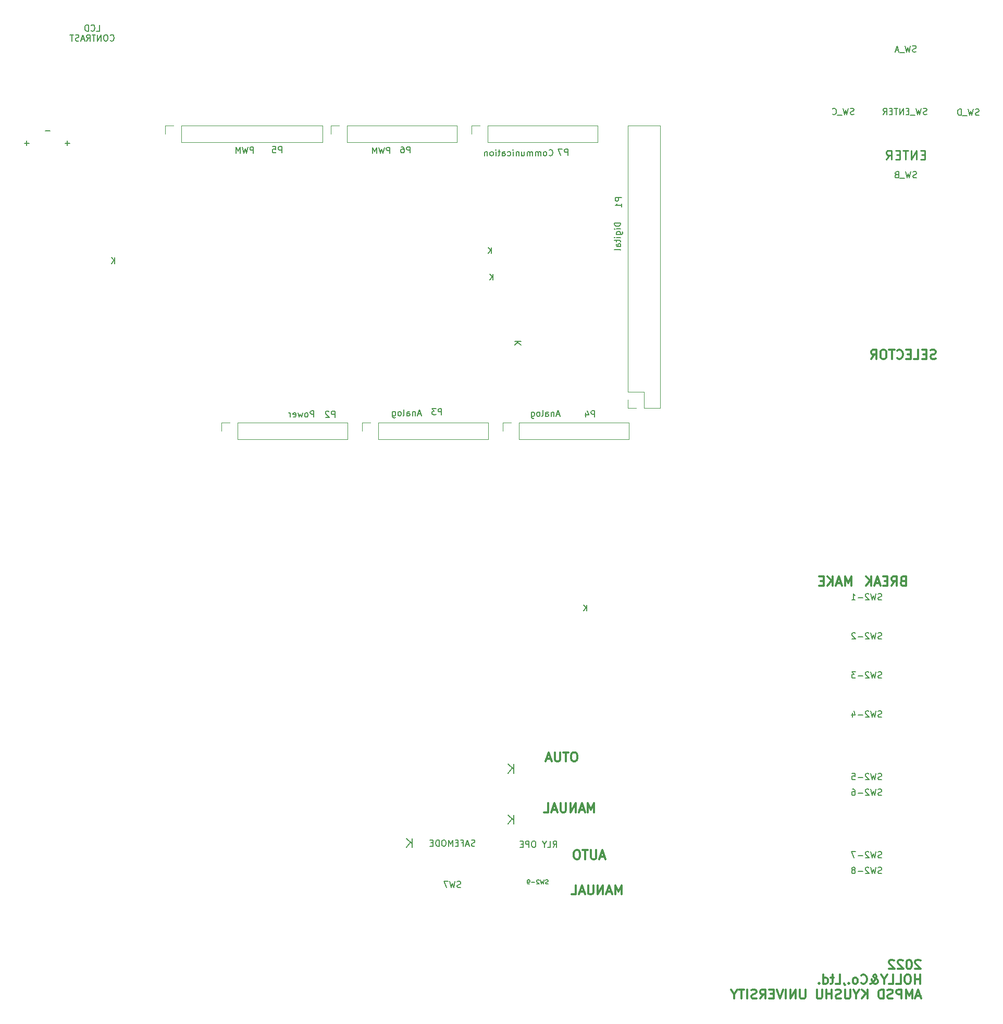
<source format=gbr>
%TF.GenerationSoftware,KiCad,Pcbnew,6.0.7-f9a2dced07~116~ubuntu20.04.1*%
%TF.CreationDate,2022-08-08T10:18:25+09:00*%
%TF.ProjectId,M304,4d333034-2e6b-4696-9361-645f70636258,rev?*%
%TF.SameCoordinates,Original*%
%TF.FileFunction,Legend,Bot*%
%TF.FilePolarity,Positive*%
%FSLAX46Y46*%
G04 Gerber Fmt 4.6, Leading zero omitted, Abs format (unit mm)*
G04 Created by KiCad (PCBNEW 6.0.7-f9a2dced07~116~ubuntu20.04.1) date 2022-08-08 10:18:25*
%MOMM*%
%LPD*%
G01*
G04 APERTURE LIST*
%ADD10C,0.150000*%
%ADD11C,0.300000*%
%ADD12C,0.200000*%
%ADD13C,0.250000*%
%ADD14C,0.120000*%
G04 APERTURE END LIST*
D10*
X181450952Y-181605180D02*
X181784285Y-181128990D01*
X182022380Y-181605180D02*
X182022380Y-180605180D01*
X181641428Y-180605180D01*
X181546190Y-180652800D01*
X181498571Y-180700419D01*
X181450952Y-180795657D01*
X181450952Y-180938514D01*
X181498571Y-181033752D01*
X181546190Y-181081371D01*
X181641428Y-181128990D01*
X182022380Y-181128990D01*
X180546190Y-181605180D02*
X181022380Y-181605180D01*
X181022380Y-180605180D01*
X180022380Y-181128990D02*
X180022380Y-181605180D01*
X180355714Y-180605180D02*
X180022380Y-181128990D01*
X179689047Y-180605180D01*
X178403333Y-180605180D02*
X178212857Y-180605180D01*
X178117619Y-180652800D01*
X178022380Y-180748038D01*
X177974761Y-180938514D01*
X177974761Y-181271847D01*
X178022380Y-181462323D01*
X178117619Y-181557561D01*
X178212857Y-181605180D01*
X178403333Y-181605180D01*
X178498571Y-181557561D01*
X178593809Y-181462323D01*
X178641428Y-181271847D01*
X178641428Y-180938514D01*
X178593809Y-180748038D01*
X178498571Y-180652800D01*
X178403333Y-180605180D01*
X177546190Y-181605180D02*
X177546190Y-180605180D01*
X177165238Y-180605180D01*
X177070000Y-180652800D01*
X177022380Y-180700419D01*
X176974761Y-180795657D01*
X176974761Y-180938514D01*
X177022380Y-181033752D01*
X177070000Y-181081371D01*
X177165238Y-181128990D01*
X177546190Y-181128990D01*
X176546190Y-181081371D02*
X176212857Y-181081371D01*
X176070000Y-181605180D02*
X176546190Y-181605180D01*
X176546190Y-180605180D01*
X176070000Y-180605180D01*
D11*
X189825000Y-183130000D02*
X189110714Y-183130000D01*
X189967857Y-183558571D02*
X189467857Y-182058571D01*
X188967857Y-183558571D01*
X188467857Y-182058571D02*
X188467857Y-183272857D01*
X188396428Y-183415714D01*
X188325000Y-183487142D01*
X188182142Y-183558571D01*
X187896428Y-183558571D01*
X187753571Y-183487142D01*
X187682142Y-183415714D01*
X187610714Y-183272857D01*
X187610714Y-182058571D01*
X187110714Y-182058571D02*
X186253571Y-182058571D01*
X186682142Y-183558571D02*
X186682142Y-182058571D01*
X185467857Y-182058571D02*
X185182142Y-182058571D01*
X185039285Y-182130000D01*
X184896428Y-182272857D01*
X184825000Y-182558571D01*
X184825000Y-183058571D01*
X184896428Y-183344285D01*
X185039285Y-183487142D01*
X185182142Y-183558571D01*
X185467857Y-183558571D01*
X185610714Y-183487142D01*
X185753571Y-183344285D01*
X185825000Y-183058571D01*
X185825000Y-182558571D01*
X185753571Y-182272857D01*
X185610714Y-182130000D01*
X185467857Y-182058571D01*
X192559285Y-189273571D02*
X192559285Y-187773571D01*
X192059285Y-188845000D01*
X191559285Y-187773571D01*
X191559285Y-189273571D01*
X190916428Y-188845000D02*
X190202142Y-188845000D01*
X191059285Y-189273571D02*
X190559285Y-187773571D01*
X190059285Y-189273571D01*
X189559285Y-189273571D02*
X189559285Y-187773571D01*
X188702142Y-189273571D01*
X188702142Y-187773571D01*
X187987857Y-187773571D02*
X187987857Y-188987857D01*
X187916428Y-189130714D01*
X187845000Y-189202142D01*
X187702142Y-189273571D01*
X187416428Y-189273571D01*
X187273571Y-189202142D01*
X187202142Y-189130714D01*
X187130714Y-188987857D01*
X187130714Y-187773571D01*
X186487857Y-188845000D02*
X185773571Y-188845000D01*
X186630714Y-189273571D02*
X186130714Y-187773571D01*
X185630714Y-189273571D01*
X184416428Y-189273571D02*
X185130714Y-189273571D01*
X185130714Y-187773571D01*
D12*
X175017857Y-169588571D02*
X175017857Y-168088571D01*
X174160714Y-169588571D02*
X174803571Y-168731428D01*
X174160714Y-168088571D02*
X175017857Y-168945714D01*
D13*
X241867142Y-69107857D02*
X241367142Y-69107857D01*
X241152857Y-69893571D02*
X241867142Y-69893571D01*
X241867142Y-68393571D01*
X241152857Y-68393571D01*
X240510000Y-69893571D02*
X240510000Y-68393571D01*
X239652857Y-69893571D01*
X239652857Y-68393571D01*
X239152857Y-68393571D02*
X238295714Y-68393571D01*
X238724285Y-69893571D02*
X238724285Y-68393571D01*
X237795714Y-69107857D02*
X237295714Y-69107857D01*
X237081428Y-69893571D02*
X237795714Y-69893571D01*
X237795714Y-68393571D01*
X237081428Y-68393571D01*
X235581428Y-69893571D02*
X236081428Y-69179285D01*
X236438571Y-69893571D02*
X236438571Y-68393571D01*
X235867142Y-68393571D01*
X235724285Y-68465000D01*
X235652857Y-68536428D01*
X235581428Y-68679285D01*
X235581428Y-68893571D01*
X235652857Y-69036428D01*
X235724285Y-69107857D01*
X235867142Y-69179285D01*
X236438571Y-69179285D01*
D10*
X107268876Y-48999580D02*
X107745066Y-48999580D01*
X107745066Y-47999580D01*
X106364114Y-48904342D02*
X106411733Y-48951961D01*
X106554590Y-48999580D01*
X106649828Y-48999580D01*
X106792685Y-48951961D01*
X106887923Y-48856723D01*
X106935542Y-48761485D01*
X106983161Y-48571009D01*
X106983161Y-48428152D01*
X106935542Y-48237676D01*
X106887923Y-48142438D01*
X106792685Y-48047200D01*
X106649828Y-47999580D01*
X106554590Y-47999580D01*
X106411733Y-48047200D01*
X106364114Y-48094819D01*
X105935542Y-48999580D02*
X105935542Y-47999580D01*
X105697447Y-47999580D01*
X105554590Y-48047200D01*
X105459352Y-48142438D01*
X105411733Y-48237676D01*
X105364114Y-48428152D01*
X105364114Y-48571009D01*
X105411733Y-48761485D01*
X105459352Y-48856723D01*
X105554590Y-48951961D01*
X105697447Y-48999580D01*
X105935542Y-48999580D01*
X109483161Y-50514342D02*
X109530780Y-50561961D01*
X109673638Y-50609580D01*
X109768876Y-50609580D01*
X109911733Y-50561961D01*
X110006971Y-50466723D01*
X110054590Y-50371485D01*
X110102209Y-50181009D01*
X110102209Y-50038152D01*
X110054590Y-49847676D01*
X110006971Y-49752438D01*
X109911733Y-49657200D01*
X109768876Y-49609580D01*
X109673638Y-49609580D01*
X109530780Y-49657200D01*
X109483161Y-49704819D01*
X108864114Y-49609580D02*
X108673638Y-49609580D01*
X108578400Y-49657200D01*
X108483161Y-49752438D01*
X108435542Y-49942914D01*
X108435542Y-50276247D01*
X108483161Y-50466723D01*
X108578400Y-50561961D01*
X108673638Y-50609580D01*
X108864114Y-50609580D01*
X108959352Y-50561961D01*
X109054590Y-50466723D01*
X109102209Y-50276247D01*
X109102209Y-49942914D01*
X109054590Y-49752438D01*
X108959352Y-49657200D01*
X108864114Y-49609580D01*
X108006971Y-50609580D02*
X108006971Y-49609580D01*
X107435542Y-50609580D01*
X107435542Y-49609580D01*
X107102209Y-49609580D02*
X106530780Y-49609580D01*
X106816495Y-50609580D02*
X106816495Y-49609580D01*
X105626019Y-50609580D02*
X105959352Y-50133390D01*
X106197447Y-50609580D02*
X106197447Y-49609580D01*
X105816495Y-49609580D01*
X105721257Y-49657200D01*
X105673638Y-49704819D01*
X105626019Y-49800057D01*
X105626019Y-49942914D01*
X105673638Y-50038152D01*
X105721257Y-50085771D01*
X105816495Y-50133390D01*
X106197447Y-50133390D01*
X105245066Y-50323866D02*
X104768876Y-50323866D01*
X105340304Y-50609580D02*
X105006971Y-49609580D01*
X104673638Y-50609580D01*
X104387923Y-50561961D02*
X104245066Y-50609580D01*
X104006971Y-50609580D01*
X103911733Y-50561961D01*
X103864114Y-50514342D01*
X103816495Y-50419104D01*
X103816495Y-50323866D01*
X103864114Y-50228628D01*
X103911733Y-50181009D01*
X104006971Y-50133390D01*
X104197447Y-50085771D01*
X104292685Y-50038152D01*
X104340304Y-49990533D01*
X104387923Y-49895295D01*
X104387923Y-49800057D01*
X104340304Y-49704819D01*
X104292685Y-49657200D01*
X104197447Y-49609580D01*
X103959352Y-49609580D01*
X103816495Y-49657200D01*
X103530780Y-49609580D02*
X102959352Y-49609580D01*
X103245066Y-50609580D02*
X103245066Y-49609580D01*
D11*
X180380000Y-167255000D02*
X181094285Y-167255000D01*
X180237142Y-167683571D02*
X180737142Y-166183571D01*
X181237142Y-167683571D01*
X181737142Y-166183571D02*
X181737142Y-167397857D01*
X181808571Y-167540714D01*
X181880000Y-167612142D01*
X182022857Y-167683571D01*
X182308571Y-167683571D01*
X182451428Y-167612142D01*
X182522857Y-167540714D01*
X182594285Y-167397857D01*
X182594285Y-166183571D01*
X183094285Y-166183571D02*
X183951428Y-166183571D01*
X183522857Y-167683571D02*
X183522857Y-166183571D01*
X184737142Y-166183571D02*
X185022857Y-166183571D01*
X185165714Y-166255000D01*
X185308571Y-166397857D01*
X185380000Y-166683571D01*
X185380000Y-167183571D01*
X185308571Y-167469285D01*
X185165714Y-167612142D01*
X185022857Y-167683571D01*
X184737142Y-167683571D01*
X184594285Y-167612142D01*
X184451428Y-167469285D01*
X184380000Y-167183571D01*
X184380000Y-166683571D01*
X184451428Y-166397857D01*
X184594285Y-166255000D01*
X184737142Y-166183571D01*
D12*
X158507857Y-181653571D02*
X158507857Y-180153571D01*
X157650714Y-181653571D02*
X158293571Y-180796428D01*
X157650714Y-180153571D02*
X158507857Y-181010714D01*
D11*
X188114285Y-175938571D02*
X188114285Y-174438571D01*
X187614285Y-175510000D01*
X187114285Y-174438571D01*
X187114285Y-175938571D01*
X186471428Y-175510000D02*
X185757142Y-175510000D01*
X186614285Y-175938571D02*
X186114285Y-174438571D01*
X185614285Y-175938571D01*
X185114285Y-175938571D02*
X185114285Y-174438571D01*
X184257142Y-175938571D01*
X184257142Y-174438571D01*
X183542857Y-174438571D02*
X183542857Y-175652857D01*
X183471428Y-175795714D01*
X183400000Y-175867142D01*
X183257142Y-175938571D01*
X182971428Y-175938571D01*
X182828571Y-175867142D01*
X182757142Y-175795714D01*
X182685714Y-175652857D01*
X182685714Y-174438571D01*
X182042857Y-175510000D02*
X181328571Y-175510000D01*
X182185714Y-175938571D02*
X181685714Y-174438571D01*
X181185714Y-175938571D01*
X179971428Y-175938571D02*
X180685714Y-175938571D01*
X180685714Y-174438571D01*
X229901428Y-139108571D02*
X229901428Y-137608571D01*
X229401428Y-138680000D01*
X228901428Y-137608571D01*
X228901428Y-139108571D01*
X228258571Y-138680000D02*
X227544285Y-138680000D01*
X228401428Y-139108571D02*
X227901428Y-137608571D01*
X227401428Y-139108571D01*
X226901428Y-139108571D02*
X226901428Y-137608571D01*
X226044285Y-139108571D02*
X226687142Y-138251428D01*
X226044285Y-137608571D02*
X226901428Y-138465714D01*
X225401428Y-138322857D02*
X224901428Y-138322857D01*
X224687142Y-139108571D02*
X225401428Y-139108571D01*
X225401428Y-137608571D01*
X224687142Y-137608571D01*
D12*
X175017857Y-177843571D02*
X175017857Y-176343571D01*
X174160714Y-177843571D02*
X174803571Y-176986428D01*
X174160714Y-176343571D02*
X175017857Y-177200714D01*
D11*
X241149485Y-200030228D02*
X241078057Y-199958800D01*
X240935200Y-199887371D01*
X240578057Y-199887371D01*
X240435200Y-199958800D01*
X240363771Y-200030228D01*
X240292342Y-200173085D01*
X240292342Y-200315942D01*
X240363771Y-200530228D01*
X241220914Y-201387371D01*
X240292342Y-201387371D01*
X239363771Y-199887371D02*
X239220914Y-199887371D01*
X239078057Y-199958800D01*
X239006628Y-200030228D01*
X238935200Y-200173085D01*
X238863771Y-200458800D01*
X238863771Y-200815942D01*
X238935200Y-201101657D01*
X239006628Y-201244514D01*
X239078057Y-201315942D01*
X239220914Y-201387371D01*
X239363771Y-201387371D01*
X239506628Y-201315942D01*
X239578057Y-201244514D01*
X239649485Y-201101657D01*
X239720914Y-200815942D01*
X239720914Y-200458800D01*
X239649485Y-200173085D01*
X239578057Y-200030228D01*
X239506628Y-199958800D01*
X239363771Y-199887371D01*
X238292342Y-200030228D02*
X238220914Y-199958800D01*
X238078057Y-199887371D01*
X237720914Y-199887371D01*
X237578057Y-199958800D01*
X237506628Y-200030228D01*
X237435200Y-200173085D01*
X237435200Y-200315942D01*
X237506628Y-200530228D01*
X238363771Y-201387371D01*
X237435200Y-201387371D01*
X236863771Y-200030228D02*
X236792342Y-199958800D01*
X236649485Y-199887371D01*
X236292342Y-199887371D01*
X236149485Y-199958800D01*
X236078057Y-200030228D01*
X236006628Y-200173085D01*
X236006628Y-200315942D01*
X236078057Y-200530228D01*
X236935200Y-201387371D01*
X236006628Y-201387371D01*
X241078057Y-203802371D02*
X241078057Y-202302371D01*
X241078057Y-203016657D02*
X240220914Y-203016657D01*
X240220914Y-203802371D02*
X240220914Y-202302371D01*
X239220914Y-202302371D02*
X238935200Y-202302371D01*
X238792342Y-202373800D01*
X238649485Y-202516657D01*
X238578057Y-202802371D01*
X238578057Y-203302371D01*
X238649485Y-203588085D01*
X238792342Y-203730942D01*
X238935200Y-203802371D01*
X239220914Y-203802371D01*
X239363771Y-203730942D01*
X239506628Y-203588085D01*
X239578057Y-203302371D01*
X239578057Y-202802371D01*
X239506628Y-202516657D01*
X239363771Y-202373800D01*
X239220914Y-202302371D01*
X237220914Y-203802371D02*
X237935200Y-203802371D01*
X237935200Y-202302371D01*
X236006628Y-203802371D02*
X236720914Y-203802371D01*
X236720914Y-202302371D01*
X235220914Y-203088085D02*
X235220914Y-203802371D01*
X235720914Y-202302371D02*
X235220914Y-203088085D01*
X234720914Y-202302371D01*
X233006628Y-203802371D02*
X233078057Y-203802371D01*
X233220914Y-203730942D01*
X233435200Y-203516657D01*
X233792342Y-203088085D01*
X233935200Y-202873800D01*
X234006628Y-202659514D01*
X234006628Y-202516657D01*
X233935200Y-202373800D01*
X233792342Y-202302371D01*
X233720914Y-202302371D01*
X233578057Y-202373800D01*
X233506628Y-202516657D01*
X233506628Y-202588085D01*
X233578057Y-202730942D01*
X233649485Y-202802371D01*
X234078057Y-203088085D01*
X234149485Y-203159514D01*
X234220914Y-203302371D01*
X234220914Y-203516657D01*
X234149485Y-203659514D01*
X234078057Y-203730942D01*
X233935200Y-203802371D01*
X233720914Y-203802371D01*
X233578057Y-203730942D01*
X233506628Y-203659514D01*
X233292342Y-203373800D01*
X233220914Y-203159514D01*
X233220914Y-203016657D01*
X231506628Y-203659514D02*
X231578057Y-203730942D01*
X231792342Y-203802371D01*
X231935200Y-203802371D01*
X232149485Y-203730942D01*
X232292342Y-203588085D01*
X232363771Y-203445228D01*
X232435200Y-203159514D01*
X232435200Y-202945228D01*
X232363771Y-202659514D01*
X232292342Y-202516657D01*
X232149485Y-202373800D01*
X231935200Y-202302371D01*
X231792342Y-202302371D01*
X231578057Y-202373800D01*
X231506628Y-202445228D01*
X230649485Y-203802371D02*
X230792342Y-203730942D01*
X230863771Y-203659514D01*
X230935200Y-203516657D01*
X230935200Y-203088085D01*
X230863771Y-202945228D01*
X230792342Y-202873800D01*
X230649485Y-202802371D01*
X230435200Y-202802371D01*
X230292342Y-202873800D01*
X230220914Y-202945228D01*
X230149485Y-203088085D01*
X230149485Y-203516657D01*
X230220914Y-203659514D01*
X230292342Y-203730942D01*
X230435200Y-203802371D01*
X230649485Y-203802371D01*
X229506628Y-203659514D02*
X229435200Y-203730942D01*
X229506628Y-203802371D01*
X229578057Y-203730942D01*
X229506628Y-203659514D01*
X229506628Y-203802371D01*
X228720914Y-203730942D02*
X228720914Y-203802371D01*
X228792342Y-203945228D01*
X228863771Y-204016657D01*
X227363771Y-203802371D02*
X228078057Y-203802371D01*
X228078057Y-202302371D01*
X227078057Y-202802371D02*
X226506628Y-202802371D01*
X226863771Y-202302371D02*
X226863771Y-203588085D01*
X226792342Y-203730942D01*
X226649485Y-203802371D01*
X226506628Y-203802371D01*
X225363771Y-203802371D02*
X225363771Y-202302371D01*
X225363771Y-203730942D02*
X225506628Y-203802371D01*
X225792342Y-203802371D01*
X225935200Y-203730942D01*
X226006628Y-203659514D01*
X226078057Y-203516657D01*
X226078057Y-203088085D01*
X226006628Y-202945228D01*
X225935200Y-202873800D01*
X225792342Y-202802371D01*
X225506628Y-202802371D01*
X225363771Y-202873800D01*
X224649485Y-203659514D02*
X224578057Y-203730942D01*
X224649485Y-203802371D01*
X224720914Y-203730942D01*
X224649485Y-203659514D01*
X224649485Y-203802371D01*
X241149485Y-205788800D02*
X240435200Y-205788800D01*
X241292342Y-206217371D02*
X240792342Y-204717371D01*
X240292342Y-206217371D01*
X239792342Y-206217371D02*
X239792342Y-204717371D01*
X239292342Y-205788800D01*
X238792342Y-204717371D01*
X238792342Y-206217371D01*
X238078057Y-206217371D02*
X238078057Y-204717371D01*
X237506628Y-204717371D01*
X237363771Y-204788800D01*
X237292342Y-204860228D01*
X237220914Y-205003085D01*
X237220914Y-205217371D01*
X237292342Y-205360228D01*
X237363771Y-205431657D01*
X237506628Y-205503085D01*
X238078057Y-205503085D01*
X236649485Y-206145942D02*
X236435200Y-206217371D01*
X236078057Y-206217371D01*
X235935200Y-206145942D01*
X235863771Y-206074514D01*
X235792342Y-205931657D01*
X235792342Y-205788800D01*
X235863771Y-205645942D01*
X235935200Y-205574514D01*
X236078057Y-205503085D01*
X236363771Y-205431657D01*
X236506628Y-205360228D01*
X236578057Y-205288800D01*
X236649485Y-205145942D01*
X236649485Y-205003085D01*
X236578057Y-204860228D01*
X236506628Y-204788800D01*
X236363771Y-204717371D01*
X236006628Y-204717371D01*
X235792342Y-204788800D01*
X235149485Y-206217371D02*
X235149485Y-204717371D01*
X234792342Y-204717371D01*
X234578057Y-204788800D01*
X234435200Y-204931657D01*
X234363771Y-205074514D01*
X234292342Y-205360228D01*
X234292342Y-205574514D01*
X234363771Y-205860228D01*
X234435200Y-206003085D01*
X234578057Y-206145942D01*
X234792342Y-206217371D01*
X235149485Y-206217371D01*
X232506628Y-206217371D02*
X232506628Y-204717371D01*
X231649485Y-206217371D02*
X232292342Y-205360228D01*
X231649485Y-204717371D02*
X232506628Y-205574514D01*
X230720914Y-205503085D02*
X230720914Y-206217371D01*
X231220914Y-204717371D02*
X230720914Y-205503085D01*
X230220914Y-204717371D01*
X229720914Y-204717371D02*
X229720914Y-205931657D01*
X229649485Y-206074514D01*
X229578057Y-206145942D01*
X229435200Y-206217371D01*
X229149485Y-206217371D01*
X229006628Y-206145942D01*
X228935200Y-206074514D01*
X228863771Y-205931657D01*
X228863771Y-204717371D01*
X228220914Y-206145942D02*
X228006628Y-206217371D01*
X227649485Y-206217371D01*
X227506628Y-206145942D01*
X227435200Y-206074514D01*
X227363771Y-205931657D01*
X227363771Y-205788800D01*
X227435200Y-205645942D01*
X227506628Y-205574514D01*
X227649485Y-205503085D01*
X227935200Y-205431657D01*
X228078057Y-205360228D01*
X228149485Y-205288800D01*
X228220914Y-205145942D01*
X228220914Y-205003085D01*
X228149485Y-204860228D01*
X228078057Y-204788800D01*
X227935200Y-204717371D01*
X227578057Y-204717371D01*
X227363771Y-204788800D01*
X226720914Y-206217371D02*
X226720914Y-204717371D01*
X226720914Y-205431657D02*
X225863771Y-205431657D01*
X225863771Y-206217371D02*
X225863771Y-204717371D01*
X225149485Y-204717371D02*
X225149485Y-205931657D01*
X225078057Y-206074514D01*
X225006628Y-206145942D01*
X224863771Y-206217371D01*
X224578057Y-206217371D01*
X224435200Y-206145942D01*
X224363771Y-206074514D01*
X224292342Y-205931657D01*
X224292342Y-204717371D01*
X222435200Y-204717371D02*
X222435200Y-205931657D01*
X222363771Y-206074514D01*
X222292342Y-206145942D01*
X222149485Y-206217371D01*
X221863771Y-206217371D01*
X221720914Y-206145942D01*
X221649485Y-206074514D01*
X221578057Y-205931657D01*
X221578057Y-204717371D01*
X220863771Y-206217371D02*
X220863771Y-204717371D01*
X220006628Y-206217371D01*
X220006628Y-204717371D01*
X219292342Y-206217371D02*
X219292342Y-204717371D01*
X218792342Y-204717371D02*
X218292342Y-206217371D01*
X217792342Y-204717371D01*
X217292342Y-205431657D02*
X216792342Y-205431657D01*
X216578057Y-206217371D02*
X217292342Y-206217371D01*
X217292342Y-204717371D01*
X216578057Y-204717371D01*
X215078057Y-206217371D02*
X215578057Y-205503085D01*
X215935200Y-206217371D02*
X215935200Y-204717371D01*
X215363771Y-204717371D01*
X215220914Y-204788800D01*
X215149485Y-204860228D01*
X215078057Y-205003085D01*
X215078057Y-205217371D01*
X215149485Y-205360228D01*
X215220914Y-205431657D01*
X215363771Y-205503085D01*
X215935200Y-205503085D01*
X214506628Y-206145942D02*
X214292342Y-206217371D01*
X213935200Y-206217371D01*
X213792342Y-206145942D01*
X213720914Y-206074514D01*
X213649485Y-205931657D01*
X213649485Y-205788800D01*
X213720914Y-205645942D01*
X213792342Y-205574514D01*
X213935200Y-205503085D01*
X214220914Y-205431657D01*
X214363771Y-205360228D01*
X214435200Y-205288800D01*
X214506628Y-205145942D01*
X214506628Y-205003085D01*
X214435200Y-204860228D01*
X214363771Y-204788800D01*
X214220914Y-204717371D01*
X213863771Y-204717371D01*
X213649485Y-204788800D01*
X213006628Y-206217371D02*
X213006628Y-204717371D01*
X212506628Y-204717371D02*
X211649485Y-204717371D01*
X212078057Y-206217371D02*
X212078057Y-204717371D01*
X210863771Y-205503085D02*
X210863771Y-206217371D01*
X211363771Y-204717371D02*
X210863771Y-205503085D01*
X210363771Y-204717371D01*
X243629000Y-102207142D02*
X243414714Y-102278571D01*
X243057571Y-102278571D01*
X242914714Y-102207142D01*
X242843285Y-102135714D01*
X242771857Y-101992857D01*
X242771857Y-101850000D01*
X242843285Y-101707142D01*
X242914714Y-101635714D01*
X243057571Y-101564285D01*
X243343285Y-101492857D01*
X243486142Y-101421428D01*
X243557571Y-101350000D01*
X243629000Y-101207142D01*
X243629000Y-101064285D01*
X243557571Y-100921428D01*
X243486142Y-100850000D01*
X243343285Y-100778571D01*
X242986142Y-100778571D01*
X242771857Y-100850000D01*
X242129000Y-101492857D02*
X241629000Y-101492857D01*
X241414714Y-102278571D02*
X242129000Y-102278571D01*
X242129000Y-100778571D01*
X241414714Y-100778571D01*
X240057571Y-102278571D02*
X240771857Y-102278571D01*
X240771857Y-100778571D01*
X239557571Y-101492857D02*
X239057571Y-101492857D01*
X238843285Y-102278571D02*
X239557571Y-102278571D01*
X239557571Y-100778571D01*
X238843285Y-100778571D01*
X237343285Y-102135714D02*
X237414714Y-102207142D01*
X237629000Y-102278571D01*
X237771857Y-102278571D01*
X237986142Y-102207142D01*
X238129000Y-102064285D01*
X238200428Y-101921428D01*
X238271857Y-101635714D01*
X238271857Y-101421428D01*
X238200428Y-101135714D01*
X238129000Y-100992857D01*
X237986142Y-100850000D01*
X237771857Y-100778571D01*
X237629000Y-100778571D01*
X237414714Y-100850000D01*
X237343285Y-100921428D01*
X236914714Y-100778571D02*
X236057571Y-100778571D01*
X236486142Y-102278571D02*
X236486142Y-100778571D01*
X235271857Y-100778571D02*
X234986142Y-100778571D01*
X234843285Y-100850000D01*
X234700428Y-100992857D01*
X234629000Y-101278571D01*
X234629000Y-101778571D01*
X234700428Y-102064285D01*
X234843285Y-102207142D01*
X234986142Y-102278571D01*
X235271857Y-102278571D01*
X235414714Y-102207142D01*
X235557571Y-102064285D01*
X235629000Y-101778571D01*
X235629000Y-101278571D01*
X235557571Y-100992857D01*
X235414714Y-100850000D01*
X235271857Y-100778571D01*
X233129000Y-102278571D02*
X233629000Y-101564285D01*
X233986142Y-102278571D02*
X233986142Y-100778571D01*
X233414714Y-100778571D01*
X233271857Y-100850000D01*
X233200428Y-100921428D01*
X233129000Y-101064285D01*
X233129000Y-101278571D01*
X233200428Y-101421428D01*
X233271857Y-101492857D01*
X233414714Y-101564285D01*
X233986142Y-101564285D01*
X238299285Y-138322857D02*
X238085000Y-138394285D01*
X238013571Y-138465714D01*
X237942142Y-138608571D01*
X237942142Y-138822857D01*
X238013571Y-138965714D01*
X238085000Y-139037142D01*
X238227857Y-139108571D01*
X238799285Y-139108571D01*
X238799285Y-137608571D01*
X238299285Y-137608571D01*
X238156428Y-137680000D01*
X238085000Y-137751428D01*
X238013571Y-137894285D01*
X238013571Y-138037142D01*
X238085000Y-138180000D01*
X238156428Y-138251428D01*
X238299285Y-138322857D01*
X238799285Y-138322857D01*
X236442142Y-139108571D02*
X236942142Y-138394285D01*
X237299285Y-139108571D02*
X237299285Y-137608571D01*
X236727857Y-137608571D01*
X236585000Y-137680000D01*
X236513571Y-137751428D01*
X236442142Y-137894285D01*
X236442142Y-138108571D01*
X236513571Y-138251428D01*
X236585000Y-138322857D01*
X236727857Y-138394285D01*
X237299285Y-138394285D01*
X235799285Y-138322857D02*
X235299285Y-138322857D01*
X235085000Y-139108571D02*
X235799285Y-139108571D01*
X235799285Y-137608571D01*
X235085000Y-137608571D01*
X234513571Y-138680000D02*
X233799285Y-138680000D01*
X234656428Y-139108571D02*
X234156428Y-137608571D01*
X233656428Y-139108571D01*
X233156428Y-139108571D02*
X233156428Y-137608571D01*
X232299285Y-139108571D02*
X232942142Y-138251428D01*
X232299285Y-137608571D02*
X233156428Y-138465714D01*
D10*
%TO.C,BT1*%
X95533047Y-67203428D02*
X96294952Y-67203428D01*
X95914000Y-67584380D02*
X95914000Y-66822476D01*
X98933047Y-65203428D02*
X99694952Y-65203428D01*
X102133047Y-67203428D02*
X102894952Y-67203428D01*
X102514000Y-67584380D02*
X102514000Y-66822476D01*
%TO.C,SW6*%
X242180619Y-62507761D02*
X242037761Y-62555380D01*
X241799666Y-62555380D01*
X241704428Y-62507761D01*
X241656809Y-62460142D01*
X241609190Y-62364904D01*
X241609190Y-62269666D01*
X241656809Y-62174428D01*
X241704428Y-62126809D01*
X241799666Y-62079190D01*
X241990142Y-62031571D01*
X242085380Y-61983952D01*
X242133000Y-61936333D01*
X242180619Y-61841095D01*
X242180619Y-61745857D01*
X242133000Y-61650619D01*
X242085380Y-61603000D01*
X241990142Y-61555380D01*
X241752047Y-61555380D01*
X241609190Y-61603000D01*
X241275857Y-61555380D02*
X241037761Y-62555380D01*
X240847285Y-61841095D01*
X240656809Y-62555380D01*
X240418714Y-61555380D01*
X240275857Y-62650619D02*
X239513952Y-62650619D01*
X239275857Y-62031571D02*
X238942523Y-62031571D01*
X238799666Y-62555380D02*
X239275857Y-62555380D01*
X239275857Y-61555380D01*
X238799666Y-61555380D01*
X238371095Y-62555380D02*
X238371095Y-61555380D01*
X237799666Y-62555380D01*
X237799666Y-61555380D01*
X237466333Y-61555380D02*
X236894904Y-61555380D01*
X237180619Y-62555380D02*
X237180619Y-61555380D01*
X236561571Y-62031571D02*
X236228238Y-62031571D01*
X236085380Y-62555380D02*
X236561571Y-62555380D01*
X236561571Y-61555380D01*
X236085380Y-61555380D01*
X235085380Y-62555380D02*
X235418714Y-62079190D01*
X235656809Y-62555380D02*
X235656809Y-61555380D01*
X235275857Y-61555380D01*
X235180619Y-61603000D01*
X235133000Y-61650619D01*
X235085380Y-61745857D01*
X235085380Y-61888714D01*
X235133000Y-61983952D01*
X235180619Y-62031571D01*
X235275857Y-62079190D01*
X235656809Y-62079190D01*
%TO.C,SW2-7*%
X234838571Y-183284761D02*
X234695714Y-183332380D01*
X234457619Y-183332380D01*
X234362380Y-183284761D01*
X234314761Y-183237142D01*
X234267142Y-183141904D01*
X234267142Y-183046666D01*
X234314761Y-182951428D01*
X234362380Y-182903809D01*
X234457619Y-182856190D01*
X234648095Y-182808571D01*
X234743333Y-182760952D01*
X234790952Y-182713333D01*
X234838571Y-182618095D01*
X234838571Y-182522857D01*
X234790952Y-182427619D01*
X234743333Y-182380000D01*
X234648095Y-182332380D01*
X234410000Y-182332380D01*
X234267142Y-182380000D01*
X233933809Y-182332380D02*
X233695714Y-183332380D01*
X233505238Y-182618095D01*
X233314761Y-183332380D01*
X233076666Y-182332380D01*
X232743333Y-182427619D02*
X232695714Y-182380000D01*
X232600476Y-182332380D01*
X232362380Y-182332380D01*
X232267142Y-182380000D01*
X232219523Y-182427619D01*
X232171904Y-182522857D01*
X232171904Y-182618095D01*
X232219523Y-182760952D01*
X232790952Y-183332380D01*
X232171904Y-183332380D01*
X231743333Y-182951428D02*
X230981428Y-182951428D01*
X230600476Y-182332380D02*
X229933809Y-182332380D01*
X230362380Y-183332380D01*
%TO.C,D2*%
X176242380Y-99433095D02*
X175242380Y-99433095D01*
X176242380Y-100004523D02*
X175670952Y-99575952D01*
X175242380Y-100004523D02*
X175813809Y-99433095D01*
%TO.C,SW2*%
X240426666Y-52347761D02*
X240283809Y-52395380D01*
X240045714Y-52395380D01*
X239950476Y-52347761D01*
X239902857Y-52300142D01*
X239855238Y-52204904D01*
X239855238Y-52109666D01*
X239902857Y-52014428D01*
X239950476Y-51966809D01*
X240045714Y-51919190D01*
X240236190Y-51871571D01*
X240331428Y-51823952D01*
X240379047Y-51776333D01*
X240426666Y-51681095D01*
X240426666Y-51585857D01*
X240379047Y-51490619D01*
X240331428Y-51443000D01*
X240236190Y-51395380D01*
X239998095Y-51395380D01*
X239855238Y-51443000D01*
X239521904Y-51395380D02*
X239283809Y-52395380D01*
X239093333Y-51681095D01*
X238902857Y-52395380D01*
X238664761Y-51395380D01*
X238521904Y-52490619D02*
X237760000Y-52490619D01*
X237569523Y-52109666D02*
X237093333Y-52109666D01*
X237664761Y-52395380D02*
X237331428Y-51395380D01*
X236998095Y-52395380D01*
%TO.C,SW5*%
X250658095Y-62634761D02*
X250515238Y-62682380D01*
X250277142Y-62682380D01*
X250181904Y-62634761D01*
X250134285Y-62587142D01*
X250086666Y-62491904D01*
X250086666Y-62396666D01*
X250134285Y-62301428D01*
X250181904Y-62253809D01*
X250277142Y-62206190D01*
X250467619Y-62158571D01*
X250562857Y-62110952D01*
X250610476Y-62063333D01*
X250658095Y-61968095D01*
X250658095Y-61872857D01*
X250610476Y-61777619D01*
X250562857Y-61730000D01*
X250467619Y-61682380D01*
X250229523Y-61682380D01*
X250086666Y-61730000D01*
X249753333Y-61682380D02*
X249515238Y-62682380D01*
X249324761Y-61968095D01*
X249134285Y-62682380D01*
X248896190Y-61682380D01*
X248753333Y-62777619D02*
X247991428Y-62777619D01*
X247753333Y-62682380D02*
X247753333Y-61682380D01*
X247515238Y-61682380D01*
X247372380Y-61730000D01*
X247277142Y-61825238D01*
X247229523Y-61920476D01*
X247181904Y-62110952D01*
X247181904Y-62253809D01*
X247229523Y-62444285D01*
X247277142Y-62539523D01*
X247372380Y-62634761D01*
X247515238Y-62682380D01*
X247753333Y-62682380D01*
%TO.C,SW2-5*%
X234838571Y-170584761D02*
X234695714Y-170632380D01*
X234457619Y-170632380D01*
X234362380Y-170584761D01*
X234314761Y-170537142D01*
X234267142Y-170441904D01*
X234267142Y-170346666D01*
X234314761Y-170251428D01*
X234362380Y-170203809D01*
X234457619Y-170156190D01*
X234648095Y-170108571D01*
X234743333Y-170060952D01*
X234790952Y-170013333D01*
X234838571Y-169918095D01*
X234838571Y-169822857D01*
X234790952Y-169727619D01*
X234743333Y-169680000D01*
X234648095Y-169632380D01*
X234410000Y-169632380D01*
X234267142Y-169680000D01*
X233933809Y-169632380D02*
X233695714Y-170632380D01*
X233505238Y-169918095D01*
X233314761Y-170632380D01*
X233076666Y-169632380D01*
X232743333Y-169727619D02*
X232695714Y-169680000D01*
X232600476Y-169632380D01*
X232362380Y-169632380D01*
X232267142Y-169680000D01*
X232219523Y-169727619D01*
X232171904Y-169822857D01*
X232171904Y-169918095D01*
X232219523Y-170060952D01*
X232790952Y-170632380D01*
X232171904Y-170632380D01*
X231743333Y-170251428D02*
X230981428Y-170251428D01*
X230029047Y-169632380D02*
X230505238Y-169632380D01*
X230552857Y-170108571D01*
X230505238Y-170060952D01*
X230410000Y-170013333D01*
X230171904Y-170013333D01*
X230076666Y-170060952D01*
X230029047Y-170108571D01*
X229981428Y-170203809D01*
X229981428Y-170441904D01*
X230029047Y-170537142D01*
X230076666Y-170584761D01*
X230171904Y-170632380D01*
X230410000Y-170632380D01*
X230505238Y-170584761D01*
X230552857Y-170537142D01*
%TO.C,SW2-9*%
X180643000Y-187557533D02*
X180543000Y-187590866D01*
X180376333Y-187590866D01*
X180309666Y-187557533D01*
X180276333Y-187524200D01*
X180243000Y-187457533D01*
X180243000Y-187390866D01*
X180276333Y-187324200D01*
X180309666Y-187290866D01*
X180376333Y-187257533D01*
X180509666Y-187224200D01*
X180576333Y-187190866D01*
X180609666Y-187157533D01*
X180643000Y-187090866D01*
X180643000Y-187024200D01*
X180609666Y-186957533D01*
X180576333Y-186924200D01*
X180509666Y-186890866D01*
X180343000Y-186890866D01*
X180243000Y-186924200D01*
X180009666Y-186890866D02*
X179843000Y-187590866D01*
X179709666Y-187090866D01*
X179576333Y-187590866D01*
X179409666Y-186890866D01*
X179176333Y-186957533D02*
X179143000Y-186924200D01*
X179076333Y-186890866D01*
X178909666Y-186890866D01*
X178843000Y-186924200D01*
X178809666Y-186957533D01*
X178776333Y-187024200D01*
X178776333Y-187090866D01*
X178809666Y-187190866D01*
X179209666Y-187590866D01*
X178776333Y-187590866D01*
X178476333Y-187324200D02*
X177943000Y-187324200D01*
X177576333Y-187590866D02*
X177443000Y-187590866D01*
X177376333Y-187557533D01*
X177343000Y-187524200D01*
X177276333Y-187424200D01*
X177243000Y-187290866D01*
X177243000Y-187024200D01*
X177276333Y-186957533D01*
X177309666Y-186924200D01*
X177376333Y-186890866D01*
X177509666Y-186890866D01*
X177576333Y-186924200D01*
X177609666Y-186957533D01*
X177643000Y-187024200D01*
X177643000Y-187190866D01*
X177609666Y-187257533D01*
X177576333Y-187290866D01*
X177509666Y-187324200D01*
X177376333Y-187324200D01*
X177309666Y-187290866D01*
X177276333Y-187257533D01*
X177243000Y-187190866D01*
%TO.C,D1*%
X171711904Y-89457380D02*
X171711904Y-88457380D01*
X171140476Y-89457380D02*
X171569047Y-88885952D01*
X171140476Y-88457380D02*
X171711904Y-89028809D01*
%TO.C,SW2-6*%
X234838571Y-173124761D02*
X234695714Y-173172380D01*
X234457619Y-173172380D01*
X234362380Y-173124761D01*
X234314761Y-173077142D01*
X234267142Y-172981904D01*
X234267142Y-172886666D01*
X234314761Y-172791428D01*
X234362380Y-172743809D01*
X234457619Y-172696190D01*
X234648095Y-172648571D01*
X234743333Y-172600952D01*
X234790952Y-172553333D01*
X234838571Y-172458095D01*
X234838571Y-172362857D01*
X234790952Y-172267619D01*
X234743333Y-172220000D01*
X234648095Y-172172380D01*
X234410000Y-172172380D01*
X234267142Y-172220000D01*
X233933809Y-172172380D02*
X233695714Y-173172380D01*
X233505238Y-172458095D01*
X233314761Y-173172380D01*
X233076666Y-172172380D01*
X232743333Y-172267619D02*
X232695714Y-172220000D01*
X232600476Y-172172380D01*
X232362380Y-172172380D01*
X232267142Y-172220000D01*
X232219523Y-172267619D01*
X232171904Y-172362857D01*
X232171904Y-172458095D01*
X232219523Y-172600952D01*
X232790952Y-173172380D01*
X232171904Y-173172380D01*
X231743333Y-172791428D02*
X230981428Y-172791428D01*
X230076666Y-172172380D02*
X230267142Y-172172380D01*
X230362380Y-172220000D01*
X230410000Y-172267619D01*
X230505238Y-172410476D01*
X230552857Y-172600952D01*
X230552857Y-172981904D01*
X230505238Y-173077142D01*
X230457619Y-173124761D01*
X230362380Y-173172380D01*
X230171904Y-173172380D01*
X230076666Y-173124761D01*
X230029047Y-173077142D01*
X229981428Y-172981904D01*
X229981428Y-172743809D01*
X230029047Y-172648571D01*
X230076666Y-172600952D01*
X230171904Y-172553333D01*
X230362380Y-172553333D01*
X230457619Y-172600952D01*
X230505238Y-172648571D01*
X230552857Y-172743809D01*
%TO.C,D4*%
X110243904Y-86812380D02*
X110243904Y-85812380D01*
X109672476Y-86812380D02*
X110101047Y-86240952D01*
X109672476Y-85812380D02*
X110243904Y-86383809D01*
%TO.C,SW7*%
X166433333Y-188110761D02*
X166290476Y-188158380D01*
X166052380Y-188158380D01*
X165957142Y-188110761D01*
X165909523Y-188063142D01*
X165861904Y-187967904D01*
X165861904Y-187872666D01*
X165909523Y-187777428D01*
X165957142Y-187729809D01*
X166052380Y-187682190D01*
X166242857Y-187634571D01*
X166338095Y-187586952D01*
X166385714Y-187539333D01*
X166433333Y-187444095D01*
X166433333Y-187348857D01*
X166385714Y-187253619D01*
X166338095Y-187206000D01*
X166242857Y-187158380D01*
X166004761Y-187158380D01*
X165861904Y-187206000D01*
X165528571Y-187158380D02*
X165290476Y-188158380D01*
X165100000Y-187444095D01*
X164909523Y-188158380D01*
X164671428Y-187158380D01*
X164385714Y-187158380D02*
X163719047Y-187158380D01*
X164147619Y-188158380D01*
X168742857Y-181379761D02*
X168600000Y-181427380D01*
X168361904Y-181427380D01*
X168266666Y-181379761D01*
X168219047Y-181332142D01*
X168171428Y-181236904D01*
X168171428Y-181141666D01*
X168219047Y-181046428D01*
X168266666Y-180998809D01*
X168361904Y-180951190D01*
X168552380Y-180903571D01*
X168647619Y-180855952D01*
X168695238Y-180808333D01*
X168742857Y-180713095D01*
X168742857Y-180617857D01*
X168695238Y-180522619D01*
X168647619Y-180475000D01*
X168552380Y-180427380D01*
X168314285Y-180427380D01*
X168171428Y-180475000D01*
X167790476Y-181141666D02*
X167314285Y-181141666D01*
X167885714Y-181427380D02*
X167552380Y-180427380D01*
X167219047Y-181427380D01*
X166552380Y-180903571D02*
X166885714Y-180903571D01*
X166885714Y-181427380D02*
X166885714Y-180427380D01*
X166409523Y-180427380D01*
X166028571Y-180903571D02*
X165695238Y-180903571D01*
X165552380Y-181427380D02*
X166028571Y-181427380D01*
X166028571Y-180427380D01*
X165552380Y-180427380D01*
X165123809Y-181427380D02*
X165123809Y-180427380D01*
X164790476Y-181141666D01*
X164457142Y-180427380D01*
X164457142Y-181427380D01*
X163790476Y-180427380D02*
X163600000Y-180427380D01*
X163504761Y-180475000D01*
X163409523Y-180570238D01*
X163361904Y-180760714D01*
X163361904Y-181094047D01*
X163409523Y-181284523D01*
X163504761Y-181379761D01*
X163600000Y-181427380D01*
X163790476Y-181427380D01*
X163885714Y-181379761D01*
X163980952Y-181284523D01*
X164028571Y-181094047D01*
X164028571Y-180760714D01*
X163980952Y-180570238D01*
X163885714Y-180475000D01*
X163790476Y-180427380D01*
X162933333Y-181427380D02*
X162933333Y-180427380D01*
X162695238Y-180427380D01*
X162552380Y-180475000D01*
X162457142Y-180570238D01*
X162409523Y-180665476D01*
X162361904Y-180855952D01*
X162361904Y-180998809D01*
X162409523Y-181189285D01*
X162457142Y-181284523D01*
X162552380Y-181379761D01*
X162695238Y-181427380D01*
X162933333Y-181427380D01*
X161933333Y-180903571D02*
X161600000Y-180903571D01*
X161457142Y-181427380D02*
X161933333Y-181427380D01*
X161933333Y-180427380D01*
X161457142Y-180427380D01*
%TO.C,SW4*%
X230338095Y-62507761D02*
X230195238Y-62555380D01*
X229957142Y-62555380D01*
X229861904Y-62507761D01*
X229814285Y-62460142D01*
X229766666Y-62364904D01*
X229766666Y-62269666D01*
X229814285Y-62174428D01*
X229861904Y-62126809D01*
X229957142Y-62079190D01*
X230147619Y-62031571D01*
X230242857Y-61983952D01*
X230290476Y-61936333D01*
X230338095Y-61841095D01*
X230338095Y-61745857D01*
X230290476Y-61650619D01*
X230242857Y-61603000D01*
X230147619Y-61555380D01*
X229909523Y-61555380D01*
X229766666Y-61603000D01*
X229433333Y-61555380D02*
X229195238Y-62555380D01*
X229004761Y-61841095D01*
X228814285Y-62555380D01*
X228576190Y-61555380D01*
X228433333Y-62650619D02*
X227671428Y-62650619D01*
X226861904Y-62460142D02*
X226909523Y-62507761D01*
X227052380Y-62555380D01*
X227147619Y-62555380D01*
X227290476Y-62507761D01*
X227385714Y-62412523D01*
X227433333Y-62317285D01*
X227480952Y-62126809D01*
X227480952Y-61983952D01*
X227433333Y-61793476D01*
X227385714Y-61698238D01*
X227290476Y-61603000D01*
X227147619Y-61555380D01*
X227052380Y-61555380D01*
X226909523Y-61603000D01*
X226861904Y-61650619D01*
%TO.C,SW2-8*%
X234838571Y-185824761D02*
X234695714Y-185872380D01*
X234457619Y-185872380D01*
X234362380Y-185824761D01*
X234314761Y-185777142D01*
X234267142Y-185681904D01*
X234267142Y-185586666D01*
X234314761Y-185491428D01*
X234362380Y-185443809D01*
X234457619Y-185396190D01*
X234648095Y-185348571D01*
X234743333Y-185300952D01*
X234790952Y-185253333D01*
X234838571Y-185158095D01*
X234838571Y-185062857D01*
X234790952Y-184967619D01*
X234743333Y-184920000D01*
X234648095Y-184872380D01*
X234410000Y-184872380D01*
X234267142Y-184920000D01*
X233933809Y-184872380D02*
X233695714Y-185872380D01*
X233505238Y-185158095D01*
X233314761Y-185872380D01*
X233076666Y-184872380D01*
X232743333Y-184967619D02*
X232695714Y-184920000D01*
X232600476Y-184872380D01*
X232362380Y-184872380D01*
X232267142Y-184920000D01*
X232219523Y-184967619D01*
X232171904Y-185062857D01*
X232171904Y-185158095D01*
X232219523Y-185300952D01*
X232790952Y-185872380D01*
X232171904Y-185872380D01*
X231743333Y-185491428D02*
X230981428Y-185491428D01*
X230362380Y-185300952D02*
X230457619Y-185253333D01*
X230505238Y-185205714D01*
X230552857Y-185110476D01*
X230552857Y-185062857D01*
X230505238Y-184967619D01*
X230457619Y-184920000D01*
X230362380Y-184872380D01*
X230171904Y-184872380D01*
X230076666Y-184920000D01*
X230029047Y-184967619D01*
X229981428Y-185062857D01*
X229981428Y-185110476D01*
X230029047Y-185205714D01*
X230076666Y-185253333D01*
X230171904Y-185300952D01*
X230362380Y-185300952D01*
X230457619Y-185348571D01*
X230505238Y-185396190D01*
X230552857Y-185491428D01*
X230552857Y-185681904D01*
X230505238Y-185777142D01*
X230457619Y-185824761D01*
X230362380Y-185872380D01*
X230171904Y-185872380D01*
X230076666Y-185824761D01*
X230029047Y-185777142D01*
X229981428Y-185681904D01*
X229981428Y-185491428D01*
X230029047Y-185396190D01*
X230076666Y-185348571D01*
X230171904Y-185300952D01*
%TO.C,SW2-3*%
X234838571Y-154074761D02*
X234695714Y-154122380D01*
X234457619Y-154122380D01*
X234362380Y-154074761D01*
X234314761Y-154027142D01*
X234267142Y-153931904D01*
X234267142Y-153836666D01*
X234314761Y-153741428D01*
X234362380Y-153693809D01*
X234457619Y-153646190D01*
X234648095Y-153598571D01*
X234743333Y-153550952D01*
X234790952Y-153503333D01*
X234838571Y-153408095D01*
X234838571Y-153312857D01*
X234790952Y-153217619D01*
X234743333Y-153170000D01*
X234648095Y-153122380D01*
X234410000Y-153122380D01*
X234267142Y-153170000D01*
X233933809Y-153122380D02*
X233695714Y-154122380D01*
X233505238Y-153408095D01*
X233314761Y-154122380D01*
X233076666Y-153122380D01*
X232743333Y-153217619D02*
X232695714Y-153170000D01*
X232600476Y-153122380D01*
X232362380Y-153122380D01*
X232267142Y-153170000D01*
X232219523Y-153217619D01*
X232171904Y-153312857D01*
X232171904Y-153408095D01*
X232219523Y-153550952D01*
X232790952Y-154122380D01*
X232171904Y-154122380D01*
X231743333Y-153741428D02*
X230981428Y-153741428D01*
X230600476Y-153122380D02*
X229981428Y-153122380D01*
X230314761Y-153503333D01*
X230171904Y-153503333D01*
X230076666Y-153550952D01*
X230029047Y-153598571D01*
X229981428Y-153693809D01*
X229981428Y-153931904D01*
X230029047Y-154027142D01*
X230076666Y-154074761D01*
X230171904Y-154122380D01*
X230457619Y-154122380D01*
X230552857Y-154074761D01*
X230600476Y-154027142D01*
%TO.C,D3*%
X171457904Y-85139380D02*
X171457904Y-84139380D01*
X170886476Y-85139380D02*
X171315047Y-84567952D01*
X170886476Y-84139380D02*
X171457904Y-84710809D01*
%TO.C,SW2-1*%
X234838571Y-141374761D02*
X234695714Y-141422380D01*
X234457619Y-141422380D01*
X234362380Y-141374761D01*
X234314761Y-141327142D01*
X234267142Y-141231904D01*
X234267142Y-141136666D01*
X234314761Y-141041428D01*
X234362380Y-140993809D01*
X234457619Y-140946190D01*
X234648095Y-140898571D01*
X234743333Y-140850952D01*
X234790952Y-140803333D01*
X234838571Y-140708095D01*
X234838571Y-140612857D01*
X234790952Y-140517619D01*
X234743333Y-140470000D01*
X234648095Y-140422380D01*
X234410000Y-140422380D01*
X234267142Y-140470000D01*
X233933809Y-140422380D02*
X233695714Y-141422380D01*
X233505238Y-140708095D01*
X233314761Y-141422380D01*
X233076666Y-140422380D01*
X232743333Y-140517619D02*
X232695714Y-140470000D01*
X232600476Y-140422380D01*
X232362380Y-140422380D01*
X232267142Y-140470000D01*
X232219523Y-140517619D01*
X232171904Y-140612857D01*
X232171904Y-140708095D01*
X232219523Y-140850952D01*
X232790952Y-141422380D01*
X232171904Y-141422380D01*
X231743333Y-141041428D02*
X230981428Y-141041428D01*
X229981428Y-141422380D02*
X230552857Y-141422380D01*
X230267142Y-141422380D02*
X230267142Y-140422380D01*
X230362380Y-140565238D01*
X230457619Y-140660476D01*
X230552857Y-140708095D01*
%TO.C,D2-3*%
X186951904Y-143222380D02*
X186951904Y-142222380D01*
X186380476Y-143222380D02*
X186809047Y-142650952D01*
X186380476Y-142222380D02*
X186951904Y-142793809D01*
%TO.C,SW2-4*%
X234838571Y-160424761D02*
X234695714Y-160472380D01*
X234457619Y-160472380D01*
X234362380Y-160424761D01*
X234314761Y-160377142D01*
X234267142Y-160281904D01*
X234267142Y-160186666D01*
X234314761Y-160091428D01*
X234362380Y-160043809D01*
X234457619Y-159996190D01*
X234648095Y-159948571D01*
X234743333Y-159900952D01*
X234790952Y-159853333D01*
X234838571Y-159758095D01*
X234838571Y-159662857D01*
X234790952Y-159567619D01*
X234743333Y-159520000D01*
X234648095Y-159472380D01*
X234410000Y-159472380D01*
X234267142Y-159520000D01*
X233933809Y-159472380D02*
X233695714Y-160472380D01*
X233505238Y-159758095D01*
X233314761Y-160472380D01*
X233076666Y-159472380D01*
X232743333Y-159567619D02*
X232695714Y-159520000D01*
X232600476Y-159472380D01*
X232362380Y-159472380D01*
X232267142Y-159520000D01*
X232219523Y-159567619D01*
X232171904Y-159662857D01*
X232171904Y-159758095D01*
X232219523Y-159900952D01*
X232790952Y-160472380D01*
X232171904Y-160472380D01*
X231743333Y-160091428D02*
X230981428Y-160091428D01*
X230076666Y-159805714D02*
X230076666Y-160472380D01*
X230314761Y-159424761D02*
X230552857Y-160139047D01*
X229933809Y-160139047D01*
%TO.C,SW2-2*%
X234838571Y-147724761D02*
X234695714Y-147772380D01*
X234457619Y-147772380D01*
X234362380Y-147724761D01*
X234314761Y-147677142D01*
X234267142Y-147581904D01*
X234267142Y-147486666D01*
X234314761Y-147391428D01*
X234362380Y-147343809D01*
X234457619Y-147296190D01*
X234648095Y-147248571D01*
X234743333Y-147200952D01*
X234790952Y-147153333D01*
X234838571Y-147058095D01*
X234838571Y-146962857D01*
X234790952Y-146867619D01*
X234743333Y-146820000D01*
X234648095Y-146772380D01*
X234410000Y-146772380D01*
X234267142Y-146820000D01*
X233933809Y-146772380D02*
X233695714Y-147772380D01*
X233505238Y-147058095D01*
X233314761Y-147772380D01*
X233076666Y-146772380D01*
X232743333Y-146867619D02*
X232695714Y-146820000D01*
X232600476Y-146772380D01*
X232362380Y-146772380D01*
X232267142Y-146820000D01*
X232219523Y-146867619D01*
X232171904Y-146962857D01*
X232171904Y-147058095D01*
X232219523Y-147200952D01*
X232790952Y-147772380D01*
X232171904Y-147772380D01*
X231743333Y-147391428D02*
X230981428Y-147391428D01*
X230552857Y-146867619D02*
X230505238Y-146820000D01*
X230410000Y-146772380D01*
X230171904Y-146772380D01*
X230076666Y-146820000D01*
X230029047Y-146867619D01*
X229981428Y-146962857D01*
X229981428Y-147058095D01*
X230029047Y-147200952D01*
X230600476Y-147772380D01*
X229981428Y-147772380D01*
%TO.C,SW3*%
X240498095Y-72794761D02*
X240355238Y-72842380D01*
X240117142Y-72842380D01*
X240021904Y-72794761D01*
X239974285Y-72747142D01*
X239926666Y-72651904D01*
X239926666Y-72556666D01*
X239974285Y-72461428D01*
X240021904Y-72413809D01*
X240117142Y-72366190D01*
X240307619Y-72318571D01*
X240402857Y-72270952D01*
X240450476Y-72223333D01*
X240498095Y-72128095D01*
X240498095Y-72032857D01*
X240450476Y-71937619D01*
X240402857Y-71890000D01*
X240307619Y-71842380D01*
X240069523Y-71842380D01*
X239926666Y-71890000D01*
X239593333Y-71842380D02*
X239355238Y-72842380D01*
X239164761Y-72128095D01*
X238974285Y-72842380D01*
X238736190Y-71842380D01*
X238593333Y-72937619D02*
X237831428Y-72937619D01*
X237260000Y-72318571D02*
X237117142Y-72366190D01*
X237069523Y-72413809D01*
X237021904Y-72509047D01*
X237021904Y-72651904D01*
X237069523Y-72747142D01*
X237117142Y-72794761D01*
X237212380Y-72842380D01*
X237593333Y-72842380D01*
X237593333Y-71842380D01*
X237260000Y-71842380D01*
X237164761Y-71890000D01*
X237117142Y-71937619D01*
X237069523Y-72032857D01*
X237069523Y-72128095D01*
X237117142Y-72223333D01*
X237164761Y-72270952D01*
X237260000Y-72318571D01*
X237593333Y-72318571D01*
%TO.C,P1*%
X192552580Y-76071504D02*
X191552580Y-76071504D01*
X191552580Y-76452457D01*
X191600200Y-76547695D01*
X191647819Y-76595314D01*
X191743057Y-76642933D01*
X191885914Y-76642933D01*
X191981152Y-76595314D01*
X192028771Y-76547695D01*
X192076390Y-76452457D01*
X192076390Y-76071504D01*
X192552580Y-77595314D02*
X192552580Y-77023885D01*
X192552580Y-77309600D02*
X191552580Y-77309600D01*
X191695438Y-77214361D01*
X191790676Y-77119123D01*
X191838295Y-77023885D01*
X192400180Y-80156323D02*
X191400180Y-80156323D01*
X191400180Y-80394419D01*
X191447800Y-80537276D01*
X191543038Y-80632514D01*
X191638276Y-80680133D01*
X191828752Y-80727752D01*
X191971609Y-80727752D01*
X192162085Y-80680133D01*
X192257323Y-80632514D01*
X192352561Y-80537276D01*
X192400180Y-80394419D01*
X192400180Y-80156323D01*
X192400180Y-81156323D02*
X191733514Y-81156323D01*
X191400180Y-81156323D02*
X191447800Y-81108704D01*
X191495419Y-81156323D01*
X191447800Y-81203942D01*
X191400180Y-81156323D01*
X191495419Y-81156323D01*
X191733514Y-82061085D02*
X192543038Y-82061085D01*
X192638276Y-82013466D01*
X192685895Y-81965847D01*
X192733514Y-81870609D01*
X192733514Y-81727752D01*
X192685895Y-81632514D01*
X192352561Y-82061085D02*
X192400180Y-81965847D01*
X192400180Y-81775371D01*
X192352561Y-81680133D01*
X192304942Y-81632514D01*
X192209704Y-81584895D01*
X191923990Y-81584895D01*
X191828752Y-81632514D01*
X191781133Y-81680133D01*
X191733514Y-81775371D01*
X191733514Y-81965847D01*
X191781133Y-82061085D01*
X192400180Y-82537276D02*
X191733514Y-82537276D01*
X191400180Y-82537276D02*
X191447800Y-82489657D01*
X191495419Y-82537276D01*
X191447800Y-82584895D01*
X191400180Y-82537276D01*
X191495419Y-82537276D01*
X191733514Y-82870609D02*
X191733514Y-83251561D01*
X191400180Y-83013466D02*
X192257323Y-83013466D01*
X192352561Y-83061085D01*
X192400180Y-83156323D01*
X192400180Y-83251561D01*
X192400180Y-84013466D02*
X191876371Y-84013466D01*
X191781133Y-83965847D01*
X191733514Y-83870609D01*
X191733514Y-83680133D01*
X191781133Y-83584895D01*
X192352561Y-84013466D02*
X192400180Y-83918228D01*
X192400180Y-83680133D01*
X192352561Y-83584895D01*
X192257323Y-83537276D01*
X192162085Y-83537276D01*
X192066847Y-83584895D01*
X192019228Y-83680133D01*
X192019228Y-83918228D01*
X191971609Y-84013466D01*
X192400180Y-84632514D02*
X192352561Y-84537276D01*
X192257323Y-84489657D01*
X191400180Y-84489657D01*
%TO.C,P2*%
X145975295Y-111755180D02*
X145975295Y-110755180D01*
X145594342Y-110755180D01*
X145499104Y-110802800D01*
X145451485Y-110850419D01*
X145403866Y-110945657D01*
X145403866Y-111088514D01*
X145451485Y-111183752D01*
X145499104Y-111231371D01*
X145594342Y-111278990D01*
X145975295Y-111278990D01*
X145022914Y-110850419D02*
X144975295Y-110802800D01*
X144880057Y-110755180D01*
X144641961Y-110755180D01*
X144546723Y-110802800D01*
X144499104Y-110850419D01*
X144451485Y-110945657D01*
X144451485Y-111040895D01*
X144499104Y-111183752D01*
X145070533Y-111755180D01*
X144451485Y-111755180D01*
X142565190Y-111704380D02*
X142565190Y-110704380D01*
X142184238Y-110704380D01*
X142089000Y-110752000D01*
X142041380Y-110799619D01*
X141993761Y-110894857D01*
X141993761Y-111037714D01*
X142041380Y-111132952D01*
X142089000Y-111180571D01*
X142184238Y-111228190D01*
X142565190Y-111228190D01*
X141422333Y-111704380D02*
X141517571Y-111656761D01*
X141565190Y-111609142D01*
X141612809Y-111513904D01*
X141612809Y-111228190D01*
X141565190Y-111132952D01*
X141517571Y-111085333D01*
X141422333Y-111037714D01*
X141279476Y-111037714D01*
X141184238Y-111085333D01*
X141136619Y-111132952D01*
X141089000Y-111228190D01*
X141089000Y-111513904D01*
X141136619Y-111609142D01*
X141184238Y-111656761D01*
X141279476Y-111704380D01*
X141422333Y-111704380D01*
X140755666Y-111037714D02*
X140565190Y-111704380D01*
X140374714Y-111228190D01*
X140184238Y-111704380D01*
X139993761Y-111037714D01*
X139231857Y-111656761D02*
X139327095Y-111704380D01*
X139517571Y-111704380D01*
X139612809Y-111656761D01*
X139660428Y-111561523D01*
X139660428Y-111180571D01*
X139612809Y-111085333D01*
X139517571Y-111037714D01*
X139327095Y-111037714D01*
X139231857Y-111085333D01*
X139184238Y-111180571D01*
X139184238Y-111275809D01*
X139660428Y-111371047D01*
X138755666Y-111704380D02*
X138755666Y-111037714D01*
X138755666Y-111228190D02*
X138708047Y-111132952D01*
X138660428Y-111085333D01*
X138565190Y-111037714D01*
X138469952Y-111037714D01*
%TO.C,P3*%
X163323495Y-111348780D02*
X163323495Y-110348780D01*
X162942542Y-110348780D01*
X162847304Y-110396400D01*
X162799685Y-110444019D01*
X162752066Y-110539257D01*
X162752066Y-110682114D01*
X162799685Y-110777352D01*
X162847304Y-110824971D01*
X162942542Y-110872590D01*
X163323495Y-110872590D01*
X162418733Y-110348780D02*
X161799685Y-110348780D01*
X162133019Y-110729733D01*
X161990161Y-110729733D01*
X161894923Y-110777352D01*
X161847304Y-110824971D01*
X161799685Y-110920209D01*
X161799685Y-111158304D01*
X161847304Y-111253542D01*
X161894923Y-111301161D01*
X161990161Y-111348780D01*
X162275876Y-111348780D01*
X162371114Y-111301161D01*
X162418733Y-111253542D01*
X159941923Y-111215466D02*
X159465733Y-111215466D01*
X160037161Y-111501180D02*
X159703828Y-110501180D01*
X159370495Y-111501180D01*
X159037161Y-110834514D02*
X159037161Y-111501180D01*
X159037161Y-110929752D02*
X158989542Y-110882133D01*
X158894304Y-110834514D01*
X158751447Y-110834514D01*
X158656209Y-110882133D01*
X158608590Y-110977371D01*
X158608590Y-111501180D01*
X157703828Y-111501180D02*
X157703828Y-110977371D01*
X157751447Y-110882133D01*
X157846685Y-110834514D01*
X158037161Y-110834514D01*
X158132400Y-110882133D01*
X157703828Y-111453561D02*
X157799066Y-111501180D01*
X158037161Y-111501180D01*
X158132400Y-111453561D01*
X158180019Y-111358323D01*
X158180019Y-111263085D01*
X158132400Y-111167847D01*
X158037161Y-111120228D01*
X157799066Y-111120228D01*
X157703828Y-111072609D01*
X157084780Y-111501180D02*
X157180019Y-111453561D01*
X157227638Y-111358323D01*
X157227638Y-110501180D01*
X156560971Y-111501180D02*
X156656209Y-111453561D01*
X156703828Y-111405942D01*
X156751447Y-111310704D01*
X156751447Y-111024990D01*
X156703828Y-110929752D01*
X156656209Y-110882133D01*
X156560971Y-110834514D01*
X156418114Y-110834514D01*
X156322876Y-110882133D01*
X156275257Y-110929752D01*
X156227638Y-111024990D01*
X156227638Y-111310704D01*
X156275257Y-111405942D01*
X156322876Y-111453561D01*
X156418114Y-111501180D01*
X156560971Y-111501180D01*
X155370495Y-110834514D02*
X155370495Y-111644038D01*
X155418114Y-111739276D01*
X155465733Y-111786895D01*
X155560971Y-111834514D01*
X155703828Y-111834514D01*
X155799066Y-111786895D01*
X155370495Y-111453561D02*
X155465733Y-111501180D01*
X155656209Y-111501180D01*
X155751447Y-111453561D01*
X155799066Y-111405942D01*
X155846685Y-111310704D01*
X155846685Y-111024990D01*
X155799066Y-110929752D01*
X155751447Y-110882133D01*
X155656209Y-110834514D01*
X155465733Y-110834514D01*
X155370495Y-110882133D01*
%TO.C,P4*%
X188190095Y-111704380D02*
X188190095Y-110704380D01*
X187809142Y-110704380D01*
X187713904Y-110752000D01*
X187666285Y-110799619D01*
X187618666Y-110894857D01*
X187618666Y-111037714D01*
X187666285Y-111132952D01*
X187713904Y-111180571D01*
X187809142Y-111228190D01*
X188190095Y-111228190D01*
X186761523Y-111037714D02*
X186761523Y-111704380D01*
X186999619Y-110656761D02*
X187237714Y-111371047D01*
X186618666Y-111371047D01*
X182497123Y-111291666D02*
X182020933Y-111291666D01*
X182592361Y-111577380D02*
X182259028Y-110577380D01*
X181925695Y-111577380D01*
X181592361Y-110910714D02*
X181592361Y-111577380D01*
X181592361Y-111005952D02*
X181544742Y-110958333D01*
X181449504Y-110910714D01*
X181306647Y-110910714D01*
X181211409Y-110958333D01*
X181163790Y-111053571D01*
X181163790Y-111577380D01*
X180259028Y-111577380D02*
X180259028Y-111053571D01*
X180306647Y-110958333D01*
X180401885Y-110910714D01*
X180592361Y-110910714D01*
X180687600Y-110958333D01*
X180259028Y-111529761D02*
X180354266Y-111577380D01*
X180592361Y-111577380D01*
X180687600Y-111529761D01*
X180735219Y-111434523D01*
X180735219Y-111339285D01*
X180687600Y-111244047D01*
X180592361Y-111196428D01*
X180354266Y-111196428D01*
X180259028Y-111148809D01*
X179639980Y-111577380D02*
X179735219Y-111529761D01*
X179782838Y-111434523D01*
X179782838Y-110577380D01*
X179116171Y-111577380D02*
X179211409Y-111529761D01*
X179259028Y-111482142D01*
X179306647Y-111386904D01*
X179306647Y-111101190D01*
X179259028Y-111005952D01*
X179211409Y-110958333D01*
X179116171Y-110910714D01*
X178973314Y-110910714D01*
X178878076Y-110958333D01*
X178830457Y-111005952D01*
X178782838Y-111101190D01*
X178782838Y-111386904D01*
X178830457Y-111482142D01*
X178878076Y-111529761D01*
X178973314Y-111577380D01*
X179116171Y-111577380D01*
X177925695Y-110910714D02*
X177925695Y-111720238D01*
X177973314Y-111815476D01*
X178020933Y-111863095D01*
X178116171Y-111910714D01*
X178259028Y-111910714D01*
X178354266Y-111863095D01*
X177925695Y-111529761D02*
X178020933Y-111577380D01*
X178211409Y-111577380D01*
X178306647Y-111529761D01*
X178354266Y-111482142D01*
X178401885Y-111386904D01*
X178401885Y-111101190D01*
X178354266Y-111005952D01*
X178306647Y-110958333D01*
X178211409Y-110910714D01*
X178020933Y-110910714D01*
X177925695Y-110958333D01*
%TO.C,P5*%
X137339295Y-68778380D02*
X137339295Y-67778380D01*
X136958342Y-67778380D01*
X136863104Y-67826000D01*
X136815485Y-67873619D01*
X136767866Y-67968857D01*
X136767866Y-68111714D01*
X136815485Y-68206952D01*
X136863104Y-68254571D01*
X136958342Y-68302190D01*
X137339295Y-68302190D01*
X135863104Y-67778380D02*
X136339295Y-67778380D01*
X136386914Y-68254571D01*
X136339295Y-68206952D01*
X136244057Y-68159333D01*
X136005961Y-68159333D01*
X135910723Y-68206952D01*
X135863104Y-68254571D01*
X135815485Y-68349809D01*
X135815485Y-68587904D01*
X135863104Y-68683142D01*
X135910723Y-68730761D01*
X136005961Y-68778380D01*
X136244057Y-68778380D01*
X136339295Y-68730761D01*
X136386914Y-68683142D01*
X132748161Y-68829180D02*
X132748161Y-67829180D01*
X132367209Y-67829180D01*
X132271971Y-67876800D01*
X132224352Y-67924419D01*
X132176733Y-68019657D01*
X132176733Y-68162514D01*
X132224352Y-68257752D01*
X132271971Y-68305371D01*
X132367209Y-68352990D01*
X132748161Y-68352990D01*
X131843400Y-67829180D02*
X131605304Y-68829180D01*
X131414828Y-68114895D01*
X131224352Y-68829180D01*
X130986257Y-67829180D01*
X130605304Y-68829180D02*
X130605304Y-67829180D01*
X130271971Y-68543466D01*
X129938638Y-67829180D01*
X129938638Y-68829180D01*
%TO.C,P6*%
X158218095Y-68803780D02*
X158218095Y-67803780D01*
X157837142Y-67803780D01*
X157741904Y-67851400D01*
X157694285Y-67899019D01*
X157646666Y-67994257D01*
X157646666Y-68137114D01*
X157694285Y-68232352D01*
X157741904Y-68279971D01*
X157837142Y-68327590D01*
X158218095Y-68327590D01*
X156789523Y-67803780D02*
X156980000Y-67803780D01*
X157075238Y-67851400D01*
X157122857Y-67899019D01*
X157218095Y-68041876D01*
X157265714Y-68232352D01*
X157265714Y-68613304D01*
X157218095Y-68708542D01*
X157170476Y-68756161D01*
X157075238Y-68803780D01*
X156884761Y-68803780D01*
X156789523Y-68756161D01*
X156741904Y-68708542D01*
X156694285Y-68613304D01*
X156694285Y-68375209D01*
X156741904Y-68279971D01*
X156789523Y-68232352D01*
X156884761Y-68184733D01*
X157075238Y-68184733D01*
X157170476Y-68232352D01*
X157218095Y-68279971D01*
X157265714Y-68375209D01*
X154922361Y-68879980D02*
X154922361Y-67879980D01*
X154541409Y-67879980D01*
X154446171Y-67927600D01*
X154398552Y-67975219D01*
X154350933Y-68070457D01*
X154350933Y-68213314D01*
X154398552Y-68308552D01*
X154446171Y-68356171D01*
X154541409Y-68403790D01*
X154922361Y-68403790D01*
X154017600Y-67879980D02*
X153779504Y-68879980D01*
X153589028Y-68165695D01*
X153398552Y-68879980D01*
X153160457Y-67879980D01*
X152779504Y-68879980D02*
X152779504Y-67879980D01*
X152446171Y-68594266D01*
X152112838Y-67879980D01*
X152112838Y-68879980D01*
%TO.C,P7*%
X183846695Y-69184780D02*
X183846695Y-68184780D01*
X183465742Y-68184780D01*
X183370504Y-68232400D01*
X183322885Y-68280019D01*
X183275266Y-68375257D01*
X183275266Y-68518114D01*
X183322885Y-68613352D01*
X183370504Y-68660971D01*
X183465742Y-68708590D01*
X183846695Y-68708590D01*
X182941933Y-68184780D02*
X182275266Y-68184780D01*
X182703838Y-69184780D01*
X180772771Y-69165742D02*
X180820390Y-69213361D01*
X180963247Y-69260980D01*
X181058485Y-69260980D01*
X181201342Y-69213361D01*
X181296580Y-69118123D01*
X181344200Y-69022885D01*
X181391819Y-68832409D01*
X181391819Y-68689552D01*
X181344200Y-68499076D01*
X181296580Y-68403838D01*
X181201342Y-68308600D01*
X181058485Y-68260980D01*
X180963247Y-68260980D01*
X180820390Y-68308600D01*
X180772771Y-68356219D01*
X180201342Y-69260980D02*
X180296580Y-69213361D01*
X180344200Y-69165742D01*
X180391819Y-69070504D01*
X180391819Y-68784790D01*
X180344200Y-68689552D01*
X180296580Y-68641933D01*
X180201342Y-68594314D01*
X180058485Y-68594314D01*
X179963247Y-68641933D01*
X179915628Y-68689552D01*
X179868009Y-68784790D01*
X179868009Y-69070504D01*
X179915628Y-69165742D01*
X179963247Y-69213361D01*
X180058485Y-69260980D01*
X180201342Y-69260980D01*
X179439438Y-69260980D02*
X179439438Y-68594314D01*
X179439438Y-68689552D02*
X179391819Y-68641933D01*
X179296580Y-68594314D01*
X179153723Y-68594314D01*
X179058485Y-68641933D01*
X179010866Y-68737171D01*
X179010866Y-69260980D01*
X179010866Y-68737171D02*
X178963247Y-68641933D01*
X178868009Y-68594314D01*
X178725152Y-68594314D01*
X178629914Y-68641933D01*
X178582295Y-68737171D01*
X178582295Y-69260980D01*
X178106104Y-69260980D02*
X178106104Y-68594314D01*
X178106104Y-68689552D02*
X178058485Y-68641933D01*
X177963247Y-68594314D01*
X177820390Y-68594314D01*
X177725152Y-68641933D01*
X177677533Y-68737171D01*
X177677533Y-69260980D01*
X177677533Y-68737171D02*
X177629914Y-68641933D01*
X177534676Y-68594314D01*
X177391819Y-68594314D01*
X177296580Y-68641933D01*
X177248961Y-68737171D01*
X177248961Y-69260980D01*
X176344200Y-68594314D02*
X176344200Y-69260980D01*
X176772771Y-68594314D02*
X176772771Y-69118123D01*
X176725152Y-69213361D01*
X176629914Y-69260980D01*
X176487057Y-69260980D01*
X176391819Y-69213361D01*
X176344200Y-69165742D01*
X175868009Y-68594314D02*
X175868009Y-69260980D01*
X175868009Y-68689552D02*
X175820390Y-68641933D01*
X175725152Y-68594314D01*
X175582295Y-68594314D01*
X175487057Y-68641933D01*
X175439438Y-68737171D01*
X175439438Y-69260980D01*
X174963247Y-69260980D02*
X174963247Y-68594314D01*
X174963247Y-68260980D02*
X175010866Y-68308600D01*
X174963247Y-68356219D01*
X174915628Y-68308600D01*
X174963247Y-68260980D01*
X174963247Y-68356219D01*
X174058485Y-69213361D02*
X174153723Y-69260980D01*
X174344200Y-69260980D01*
X174439438Y-69213361D01*
X174487057Y-69165742D01*
X174534676Y-69070504D01*
X174534676Y-68784790D01*
X174487057Y-68689552D01*
X174439438Y-68641933D01*
X174344200Y-68594314D01*
X174153723Y-68594314D01*
X174058485Y-68641933D01*
X173201342Y-69260980D02*
X173201342Y-68737171D01*
X173248961Y-68641933D01*
X173344200Y-68594314D01*
X173534676Y-68594314D01*
X173629914Y-68641933D01*
X173201342Y-69213361D02*
X173296580Y-69260980D01*
X173534676Y-69260980D01*
X173629914Y-69213361D01*
X173677533Y-69118123D01*
X173677533Y-69022885D01*
X173629914Y-68927647D01*
X173534676Y-68880028D01*
X173296580Y-68880028D01*
X173201342Y-68832409D01*
X172868009Y-68594314D02*
X172487057Y-68594314D01*
X172725152Y-68260980D02*
X172725152Y-69118123D01*
X172677533Y-69213361D01*
X172582295Y-69260980D01*
X172487057Y-69260980D01*
X172153723Y-69260980D02*
X172153723Y-68594314D01*
X172153723Y-68260980D02*
X172201342Y-68308600D01*
X172153723Y-68356219D01*
X172106104Y-68308600D01*
X172153723Y-68260980D01*
X172153723Y-68356219D01*
X171534676Y-69260980D02*
X171629914Y-69213361D01*
X171677533Y-69165742D01*
X171725152Y-69070504D01*
X171725152Y-68784790D01*
X171677533Y-68689552D01*
X171629914Y-68641933D01*
X171534676Y-68594314D01*
X171391819Y-68594314D01*
X171296580Y-68641933D01*
X171248961Y-68689552D01*
X171201342Y-68784790D01*
X171201342Y-69070504D01*
X171248961Y-69165742D01*
X171296580Y-69213361D01*
X171391819Y-69260980D01*
X171534676Y-69260980D01*
X170772771Y-68594314D02*
X170772771Y-69260980D01*
X170772771Y-68689552D02*
X170725152Y-68641933D01*
X170629914Y-68594314D01*
X170487057Y-68594314D01*
X170391819Y-68641933D01*
X170344200Y-68737171D01*
X170344200Y-69260980D01*
D14*
%TO.C,P1*%
X193640000Y-108890000D02*
X193640000Y-110220000D01*
X198840000Y-110220000D02*
X198840000Y-64380000D01*
X193640000Y-110220000D02*
X194970000Y-110220000D01*
X193640000Y-107620000D02*
X193640000Y-64380000D01*
X193640000Y-107620000D02*
X196240000Y-107620000D01*
X196240000Y-107620000D02*
X196240000Y-110220000D01*
X193640000Y-64380000D02*
X198840000Y-64380000D01*
X196240000Y-110220000D02*
X198840000Y-110220000D01*
%TO.C,P2*%
X130200000Y-112640000D02*
X130200000Y-115300000D01*
X128930000Y-112640000D02*
X127600000Y-112640000D01*
X127600000Y-112640000D02*
X127600000Y-113970000D01*
X130200000Y-115300000D02*
X148040000Y-115300000D01*
X148040000Y-112640000D02*
X148040000Y-115300000D01*
X130200000Y-112640000D02*
X148040000Y-112640000D01*
%TO.C,P3*%
X153060000Y-112640000D02*
X170900000Y-112640000D01*
X153060000Y-115300000D02*
X170900000Y-115300000D01*
X150460000Y-112640000D02*
X150460000Y-113970000D01*
X151790000Y-112640000D02*
X150460000Y-112640000D01*
X170900000Y-112640000D02*
X170900000Y-115300000D01*
X153060000Y-112640000D02*
X153060000Y-115300000D01*
%TO.C,P4*%
X174650000Y-112640000D02*
X173320000Y-112640000D01*
X173320000Y-112640000D02*
X173320000Y-113970000D01*
X175920000Y-112640000D02*
X175920000Y-115300000D01*
X193760000Y-112640000D02*
X193760000Y-115300000D01*
X175920000Y-115300000D02*
X193760000Y-115300000D01*
X175920000Y-112640000D02*
X193760000Y-112640000D01*
%TO.C,P5*%
X121056000Y-64380000D02*
X121056000Y-67040000D01*
X143976000Y-64380000D02*
X143976000Y-67040000D01*
X118456000Y-64380000D02*
X118456000Y-65710000D01*
X121056000Y-67040000D02*
X143976000Y-67040000D01*
X119786000Y-64380000D02*
X118456000Y-64380000D01*
X121056000Y-64380000D02*
X143976000Y-64380000D01*
%TO.C,P6*%
X147980000Y-64380000D02*
X165820000Y-64380000D01*
X165820000Y-64380000D02*
X165820000Y-67040000D01*
X145380000Y-64380000D02*
X145380000Y-65710000D01*
X147980000Y-67040000D02*
X165820000Y-67040000D01*
X147980000Y-64380000D02*
X147980000Y-67040000D01*
X146710000Y-64380000D02*
X145380000Y-64380000D01*
%TO.C,P7*%
X170840000Y-67040000D02*
X188680000Y-67040000D01*
X170840000Y-64380000D02*
X170840000Y-67040000D01*
X168240000Y-64380000D02*
X168240000Y-65710000D01*
X188680000Y-64380000D02*
X188680000Y-67040000D01*
X169570000Y-64380000D02*
X168240000Y-64380000D01*
X170840000Y-64380000D02*
X188680000Y-64380000D01*
%TD*%
M02*

</source>
